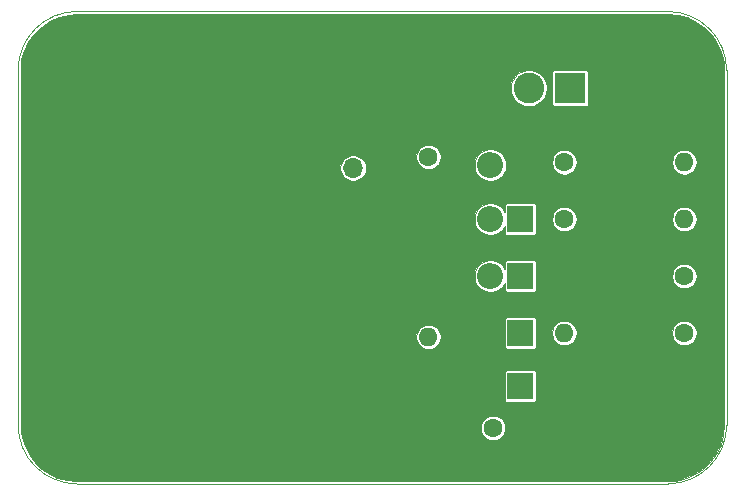
<source format=gbr>
%TF.GenerationSoftware,KiCad,Pcbnew,(5.1.8)-1*%
%TF.CreationDate,2021-02-09T11:56:48+01:00*%
%TF.ProjectId,500-1000-cvco,3530302d-3130-4303-902d-6376636f2e6b,rev?*%
%TF.SameCoordinates,Original*%
%TF.FileFunction,Copper,L2,Bot*%
%TF.FilePolarity,Positive*%
%FSLAX46Y46*%
G04 Gerber Fmt 4.6, Leading zero omitted, Abs format (unit mm)*
G04 Created by KiCad (PCBNEW (5.1.8)-1) date 2021-02-09 11:56:48*
%MOMM*%
%LPD*%
G01*
G04 APERTURE LIST*
%TA.AperFunction,Profile*%
%ADD10C,0.050000*%
%TD*%
%TA.AperFunction,SMDPad,CuDef*%
%ADD11R,5.080000X1.500000*%
%TD*%
%TA.AperFunction,ComponentPad*%
%ADD12C,0.800000*%
%TD*%
%TA.AperFunction,ComponentPad*%
%ADD13C,6.400000*%
%TD*%
%TA.AperFunction,ComponentPad*%
%ADD14R,2.200000X2.200000*%
%TD*%
%TA.AperFunction,ComponentPad*%
%ADD15O,2.200000X2.200000*%
%TD*%
%TA.AperFunction,ComponentPad*%
%ADD16O,1.600000X1.600000*%
%TD*%
%TA.AperFunction,ComponentPad*%
%ADD17C,1.600000*%
%TD*%
%TA.AperFunction,ComponentPad*%
%ADD18R,2.600000X2.600000*%
%TD*%
%TA.AperFunction,ComponentPad*%
%ADD19C,2.600000*%
%TD*%
%TA.AperFunction,ComponentPad*%
%ADD20R,1.700000X1.700000*%
%TD*%
%TA.AperFunction,ComponentPad*%
%ADD21O,1.700000X1.700000*%
%TD*%
%TA.AperFunction,Conductor*%
%ADD22C,0.075000*%
%TD*%
%TA.AperFunction,Conductor*%
%ADD23C,0.100000*%
%TD*%
G04 APERTURE END LIST*
D10*
X105000000Y-90000000D02*
G75*
G02*
X100000000Y-85000000I0J5000000D01*
G01*
X160000000Y-85000000D02*
G75*
G02*
X155000000Y-90000000I-5000000J0D01*
G01*
X155000000Y-50000000D02*
G75*
G02*
X160000000Y-55000000I0J-5000000D01*
G01*
X100000000Y-55000000D02*
G75*
G02*
X105000000Y-50000000I5000000J0D01*
G01*
X100000000Y-85000000D02*
X100000000Y-55000000D01*
X155000000Y-90000000D02*
X105000000Y-90000000D01*
X160000000Y-55000000D02*
X160000000Y-85000000D01*
X105000000Y-50000000D02*
X155000000Y-50000000D01*
D11*
%TO.P,J2,2*%
%TO.N,GND*%
X103000000Y-70750000D03*
X103000000Y-62250000D03*
%TD*%
D12*
%TO.P,H1,1*%
%TO.N,GND*%
X107697056Y-54302944D03*
X106000000Y-53600000D03*
X104302944Y-54302944D03*
X103600000Y-56000000D03*
X104302944Y-57697056D03*
X106000000Y-58400000D03*
X107697056Y-57697056D03*
X108400000Y-56000000D03*
D13*
X106000000Y-56000000D03*
%TD*%
%TO.P,H2,1*%
%TO.N,GND*%
X154010000Y-56000000D03*
D12*
X156410000Y-56000000D03*
X155707056Y-57697056D03*
X154010000Y-58400000D03*
X152312944Y-57697056D03*
X151610000Y-56000000D03*
X152312944Y-54302944D03*
X154010000Y-53600000D03*
X155707056Y-54302944D03*
%TD*%
%TO.P,H3,1*%
%TO.N,GND*%
X107697056Y-82302944D03*
X106000000Y-81600000D03*
X104302944Y-82302944D03*
X103600000Y-84000000D03*
X104302944Y-85697056D03*
X106000000Y-86400000D03*
X107697056Y-85697056D03*
X108400000Y-84000000D03*
D13*
X106000000Y-84000000D03*
%TD*%
%TO.P,H4,1*%
%TO.N,GND*%
X154010000Y-84000000D03*
D12*
X156410000Y-84000000D03*
X155707056Y-85697056D03*
X154010000Y-86400000D03*
X152312944Y-85697056D03*
X151610000Y-84000000D03*
X152312944Y-82302944D03*
X154010000Y-81600000D03*
X155707056Y-82302944D03*
%TD*%
D14*
%TO.P,D1,1*%
%TO.N,Net-(C1-Pad1)*%
X142540000Y-81733532D03*
D15*
%TO.P,D1,2*%
%TO.N,GND*%
X140000000Y-81733532D03*
%TD*%
%TO.P,D2,2*%
%TO.N,Net-(D2-Pad2)*%
X140000000Y-72410000D03*
D14*
%TO.P,D2,1*%
%TO.N,Net-(C10-Pad1)*%
X142540000Y-72410000D03*
%TD*%
%TO.P,D3,1*%
%TO.N,Net-(D3-Pad1)*%
X142540000Y-67590000D03*
D15*
%TO.P,D3,2*%
%TO.N,Net-(D2-Pad2)*%
X140000000Y-67590000D03*
%TD*%
%TO.P,D4,2*%
%TO.N,Net-(D3-Pad1)*%
X140000000Y-63016468D03*
D14*
%TO.P,D4,1*%
%TO.N,GND*%
X142540000Y-63016468D03*
%TD*%
%TO.P,D5,1*%
%TO.N,Net-(C10-Pad1)*%
X142540000Y-77230000D03*
D15*
%TO.P,D5,2*%
%TO.N,GND*%
X140000000Y-77230000D03*
%TD*%
D16*
%TO.P,R2,2*%
%TO.N,Net-(C2-Pad1)*%
X146250000Y-77230000D03*
D17*
%TO.P,R2,1*%
%TO.N,Net-(C1-Pad1)*%
X156410000Y-77230000D03*
%TD*%
%TO.P,R3,1*%
%TO.N,Net-(C2-Pad1)*%
X156410000Y-72410000D03*
D16*
%TO.P,R3,2*%
%TO.N,GND*%
X146250000Y-72410000D03*
%TD*%
%TO.P,R4,2*%
%TO.N,+24V*%
X156410000Y-62770000D03*
D17*
%TO.P,R4,1*%
%TO.N,Net-(D2-Pad2)*%
X146250000Y-62770000D03*
%TD*%
%TO.P,R5,1*%
%TO.N,Net-(C10-Pad1)*%
X146250000Y-67590000D03*
D16*
%TO.P,R5,2*%
%TO.N,TUNE*%
X156410000Y-67590000D03*
%TD*%
D18*
%TO.P,J1,1*%
%TO.N,+24V*%
X146750000Y-56500000D03*
D19*
%TO.P,J1,2*%
%TO.N,TUNE*%
X143250000Y-56500000D03*
%TO.P,J1,3*%
%TO.N,GND*%
X139750000Y-56500000D03*
%TD*%
D17*
%TO.P,C1,1*%
%TO.N,Net-(C1-Pad1)*%
X140218234Y-85250000D03*
%TO.P,C1,2*%
%TO.N,GND*%
X142718234Y-85250000D03*
%TD*%
D20*
%TO.P,JP1,1*%
%TO.N,GND*%
X128375000Y-60710000D03*
D21*
%TO.P,JP1,2*%
%TO.N,Net-(C10-Pad2)*%
X128375000Y-63250000D03*
%TD*%
D17*
%TO.P,R1,1*%
%TO.N,+24V*%
X134750000Y-62320000D03*
D16*
%TO.P,R1,2*%
%TO.N,Net-(C1-Pad1)*%
X134750000Y-77560000D03*
%TD*%
D22*
%TO.N,GND*%
X155847648Y-50288995D02*
X156668493Y-50513553D01*
X157436602Y-50879923D01*
X158127699Y-51376526D01*
X158719930Y-51987661D01*
X159194579Y-52694015D01*
X159536640Y-53473248D01*
X159735699Y-54302391D01*
X159787500Y-55007787D01*
X159787501Y-84990522D01*
X159711005Y-85847643D01*
X159486446Y-86668495D01*
X159120076Y-87436605D01*
X158623472Y-88127702D01*
X158012339Y-88719930D01*
X157305985Y-89194579D01*
X156526752Y-89536640D01*
X155697610Y-89735699D01*
X154992213Y-89787500D01*
X105009467Y-89787500D01*
X104152357Y-89711005D01*
X103331505Y-89486446D01*
X102563395Y-89120076D01*
X101872298Y-88623472D01*
X101280070Y-88012339D01*
X100805421Y-87305985D01*
X100463360Y-86526752D01*
X100264301Y-85697610D01*
X100223927Y-85147815D01*
X139180734Y-85147815D01*
X139180734Y-85352185D01*
X139220605Y-85552628D01*
X139298813Y-85741441D01*
X139412355Y-85911368D01*
X139556866Y-86055879D01*
X139726793Y-86169421D01*
X139915606Y-86247629D01*
X140116049Y-86287500D01*
X140320419Y-86287500D01*
X140520862Y-86247629D01*
X140709675Y-86169421D01*
X140879602Y-86055879D01*
X141024113Y-85911368D01*
X141137655Y-85741441D01*
X141215863Y-85552628D01*
X141255734Y-85352185D01*
X141255734Y-85147815D01*
X141215863Y-84947372D01*
X141137655Y-84758559D01*
X141024113Y-84588632D01*
X140879602Y-84444121D01*
X140709675Y-84330579D01*
X140520862Y-84252371D01*
X140320419Y-84212500D01*
X140116049Y-84212500D01*
X139915606Y-84252371D01*
X139726793Y-84330579D01*
X139556866Y-84444121D01*
X139412355Y-84588632D01*
X139298813Y-84758559D01*
X139220605Y-84947372D01*
X139180734Y-85147815D01*
X100223927Y-85147815D01*
X100212500Y-84992213D01*
X100212500Y-80633532D01*
X141201351Y-80633532D01*
X141201351Y-82833532D01*
X141205937Y-82880090D01*
X141219517Y-82924859D01*
X141241571Y-82966118D01*
X141271250Y-83002282D01*
X141307414Y-83031961D01*
X141348673Y-83054015D01*
X141393442Y-83067595D01*
X141440000Y-83072181D01*
X143640000Y-83072181D01*
X143686558Y-83067595D01*
X143731327Y-83054015D01*
X143772586Y-83031961D01*
X143808750Y-83002282D01*
X143838429Y-82966118D01*
X143860483Y-82924859D01*
X143874063Y-82880090D01*
X143878649Y-82833532D01*
X143878649Y-80633532D01*
X143874063Y-80586974D01*
X143860483Y-80542205D01*
X143838429Y-80500946D01*
X143808750Y-80464782D01*
X143772586Y-80435103D01*
X143731327Y-80413049D01*
X143686558Y-80399469D01*
X143640000Y-80394883D01*
X141440000Y-80394883D01*
X141393442Y-80399469D01*
X141348673Y-80413049D01*
X141307414Y-80435103D01*
X141271250Y-80464782D01*
X141241571Y-80500946D01*
X141219517Y-80542205D01*
X141205937Y-80586974D01*
X141201351Y-80633532D01*
X100212500Y-80633532D01*
X100212500Y-77457815D01*
X133712500Y-77457815D01*
X133712500Y-77662185D01*
X133752371Y-77862628D01*
X133830579Y-78051441D01*
X133944121Y-78221368D01*
X134088632Y-78365879D01*
X134258559Y-78479421D01*
X134447372Y-78557629D01*
X134647815Y-78597500D01*
X134852185Y-78597500D01*
X135052628Y-78557629D01*
X135241441Y-78479421D01*
X135411368Y-78365879D01*
X135555879Y-78221368D01*
X135669421Y-78051441D01*
X135747629Y-77862628D01*
X135787500Y-77662185D01*
X135787500Y-77457815D01*
X135747629Y-77257372D01*
X135669421Y-77068559D01*
X135555879Y-76898632D01*
X135411368Y-76754121D01*
X135241441Y-76640579D01*
X135052628Y-76562371D01*
X134852185Y-76522500D01*
X134647815Y-76522500D01*
X134447372Y-76562371D01*
X134258559Y-76640579D01*
X134088632Y-76754121D01*
X133944121Y-76898632D01*
X133830579Y-77068559D01*
X133752371Y-77257372D01*
X133712500Y-77457815D01*
X100212500Y-77457815D01*
X100212500Y-76130000D01*
X141201351Y-76130000D01*
X141201351Y-78330000D01*
X141205937Y-78376558D01*
X141219517Y-78421327D01*
X141241571Y-78462586D01*
X141271250Y-78498750D01*
X141307414Y-78528429D01*
X141348673Y-78550483D01*
X141393442Y-78564063D01*
X141440000Y-78568649D01*
X143640000Y-78568649D01*
X143686558Y-78564063D01*
X143731327Y-78550483D01*
X143772586Y-78528429D01*
X143808750Y-78498750D01*
X143838429Y-78462586D01*
X143860483Y-78421327D01*
X143874063Y-78376558D01*
X143878649Y-78330000D01*
X143878649Y-77127815D01*
X145212500Y-77127815D01*
X145212500Y-77332185D01*
X145252371Y-77532628D01*
X145330579Y-77721441D01*
X145444121Y-77891368D01*
X145588632Y-78035879D01*
X145758559Y-78149421D01*
X145947372Y-78227629D01*
X146147815Y-78267500D01*
X146352185Y-78267500D01*
X146552628Y-78227629D01*
X146741441Y-78149421D01*
X146911368Y-78035879D01*
X147055879Y-77891368D01*
X147169421Y-77721441D01*
X147247629Y-77532628D01*
X147287500Y-77332185D01*
X147287500Y-77127815D01*
X155372500Y-77127815D01*
X155372500Y-77332185D01*
X155412371Y-77532628D01*
X155490579Y-77721441D01*
X155604121Y-77891368D01*
X155748632Y-78035879D01*
X155918559Y-78149421D01*
X156107372Y-78227629D01*
X156307815Y-78267500D01*
X156512185Y-78267500D01*
X156712628Y-78227629D01*
X156901441Y-78149421D01*
X157071368Y-78035879D01*
X157215879Y-77891368D01*
X157329421Y-77721441D01*
X157407629Y-77532628D01*
X157447500Y-77332185D01*
X157447500Y-77127815D01*
X157407629Y-76927372D01*
X157329421Y-76738559D01*
X157215879Y-76568632D01*
X157071368Y-76424121D01*
X156901441Y-76310579D01*
X156712628Y-76232371D01*
X156512185Y-76192500D01*
X156307815Y-76192500D01*
X156107372Y-76232371D01*
X155918559Y-76310579D01*
X155748632Y-76424121D01*
X155604121Y-76568632D01*
X155490579Y-76738559D01*
X155412371Y-76927372D01*
X155372500Y-77127815D01*
X147287500Y-77127815D01*
X147247629Y-76927372D01*
X147169421Y-76738559D01*
X147055879Y-76568632D01*
X146911368Y-76424121D01*
X146741441Y-76310579D01*
X146552628Y-76232371D01*
X146352185Y-76192500D01*
X146147815Y-76192500D01*
X145947372Y-76232371D01*
X145758559Y-76310579D01*
X145588632Y-76424121D01*
X145444121Y-76568632D01*
X145330579Y-76738559D01*
X145252371Y-76927372D01*
X145212500Y-77127815D01*
X143878649Y-77127815D01*
X143878649Y-76130000D01*
X143874063Y-76083442D01*
X143860483Y-76038673D01*
X143838429Y-75997414D01*
X143808750Y-75961250D01*
X143772586Y-75931571D01*
X143731327Y-75909517D01*
X143686558Y-75895937D01*
X143640000Y-75891351D01*
X141440000Y-75891351D01*
X141393442Y-75895937D01*
X141348673Y-75909517D01*
X141307414Y-75931571D01*
X141271250Y-75961250D01*
X141241571Y-75997414D01*
X141219517Y-76038673D01*
X141205937Y-76083442D01*
X141201351Y-76130000D01*
X100212500Y-76130000D01*
X100212500Y-72278268D01*
X138662500Y-72278268D01*
X138662500Y-72541732D01*
X138713899Y-72800134D01*
X138814723Y-73043544D01*
X138961096Y-73262607D01*
X139147393Y-73448904D01*
X139366456Y-73595277D01*
X139609866Y-73696101D01*
X139868268Y-73747500D01*
X140131732Y-73747500D01*
X140390134Y-73696101D01*
X140633544Y-73595277D01*
X140852607Y-73448904D01*
X141038904Y-73262607D01*
X141185277Y-73043544D01*
X141201351Y-73004738D01*
X141201351Y-73510000D01*
X141205937Y-73556558D01*
X141219517Y-73601327D01*
X141241571Y-73642586D01*
X141271250Y-73678750D01*
X141307414Y-73708429D01*
X141348673Y-73730483D01*
X141393442Y-73744063D01*
X141440000Y-73748649D01*
X143640000Y-73748649D01*
X143686558Y-73744063D01*
X143731327Y-73730483D01*
X143772586Y-73708429D01*
X143808750Y-73678750D01*
X143838429Y-73642586D01*
X143860483Y-73601327D01*
X143874063Y-73556558D01*
X143878649Y-73510000D01*
X143878649Y-72307815D01*
X155372500Y-72307815D01*
X155372500Y-72512185D01*
X155412371Y-72712628D01*
X155490579Y-72901441D01*
X155604121Y-73071368D01*
X155748632Y-73215879D01*
X155918559Y-73329421D01*
X156107372Y-73407629D01*
X156307815Y-73447500D01*
X156512185Y-73447500D01*
X156712628Y-73407629D01*
X156901441Y-73329421D01*
X157071368Y-73215879D01*
X157215879Y-73071368D01*
X157329421Y-72901441D01*
X157407629Y-72712628D01*
X157447500Y-72512185D01*
X157447500Y-72307815D01*
X157407629Y-72107372D01*
X157329421Y-71918559D01*
X157215879Y-71748632D01*
X157071368Y-71604121D01*
X156901441Y-71490579D01*
X156712628Y-71412371D01*
X156512185Y-71372500D01*
X156307815Y-71372500D01*
X156107372Y-71412371D01*
X155918559Y-71490579D01*
X155748632Y-71604121D01*
X155604121Y-71748632D01*
X155490579Y-71918559D01*
X155412371Y-72107372D01*
X155372500Y-72307815D01*
X143878649Y-72307815D01*
X143878649Y-71310000D01*
X143874063Y-71263442D01*
X143860483Y-71218673D01*
X143838429Y-71177414D01*
X143808750Y-71141250D01*
X143772586Y-71111571D01*
X143731327Y-71089517D01*
X143686558Y-71075937D01*
X143640000Y-71071351D01*
X141440000Y-71071351D01*
X141393442Y-71075937D01*
X141348673Y-71089517D01*
X141307414Y-71111571D01*
X141271250Y-71141250D01*
X141241571Y-71177414D01*
X141219517Y-71218673D01*
X141205937Y-71263442D01*
X141201351Y-71310000D01*
X141201351Y-71815262D01*
X141185277Y-71776456D01*
X141038904Y-71557393D01*
X140852607Y-71371096D01*
X140633544Y-71224723D01*
X140390134Y-71123899D01*
X140131732Y-71072500D01*
X139868268Y-71072500D01*
X139609866Y-71123899D01*
X139366456Y-71224723D01*
X139147393Y-71371096D01*
X138961096Y-71557393D01*
X138814723Y-71776456D01*
X138713899Y-72019866D01*
X138662500Y-72278268D01*
X100212500Y-72278268D01*
X100212500Y-67458268D01*
X138662500Y-67458268D01*
X138662500Y-67721732D01*
X138713899Y-67980134D01*
X138814723Y-68223544D01*
X138961096Y-68442607D01*
X139147393Y-68628904D01*
X139366456Y-68775277D01*
X139609866Y-68876101D01*
X139868268Y-68927500D01*
X140131732Y-68927500D01*
X140390134Y-68876101D01*
X140633544Y-68775277D01*
X140852607Y-68628904D01*
X141038904Y-68442607D01*
X141185277Y-68223544D01*
X141201351Y-68184738D01*
X141201351Y-68690000D01*
X141205937Y-68736558D01*
X141219517Y-68781327D01*
X141241571Y-68822586D01*
X141271250Y-68858750D01*
X141307414Y-68888429D01*
X141348673Y-68910483D01*
X141393442Y-68924063D01*
X141440000Y-68928649D01*
X143640000Y-68928649D01*
X143686558Y-68924063D01*
X143731327Y-68910483D01*
X143772586Y-68888429D01*
X143808750Y-68858750D01*
X143838429Y-68822586D01*
X143860483Y-68781327D01*
X143874063Y-68736558D01*
X143878649Y-68690000D01*
X143878649Y-67487815D01*
X145212500Y-67487815D01*
X145212500Y-67692185D01*
X145252371Y-67892628D01*
X145330579Y-68081441D01*
X145444121Y-68251368D01*
X145588632Y-68395879D01*
X145758559Y-68509421D01*
X145947372Y-68587629D01*
X146147815Y-68627500D01*
X146352185Y-68627500D01*
X146552628Y-68587629D01*
X146741441Y-68509421D01*
X146911368Y-68395879D01*
X147055879Y-68251368D01*
X147169421Y-68081441D01*
X147247629Y-67892628D01*
X147287500Y-67692185D01*
X147287500Y-67487815D01*
X155372500Y-67487815D01*
X155372500Y-67692185D01*
X155412371Y-67892628D01*
X155490579Y-68081441D01*
X155604121Y-68251368D01*
X155748632Y-68395879D01*
X155918559Y-68509421D01*
X156107372Y-68587629D01*
X156307815Y-68627500D01*
X156512185Y-68627500D01*
X156712628Y-68587629D01*
X156901441Y-68509421D01*
X157071368Y-68395879D01*
X157215879Y-68251368D01*
X157329421Y-68081441D01*
X157407629Y-67892628D01*
X157447500Y-67692185D01*
X157447500Y-67487815D01*
X157407629Y-67287372D01*
X157329421Y-67098559D01*
X157215879Y-66928632D01*
X157071368Y-66784121D01*
X156901441Y-66670579D01*
X156712628Y-66592371D01*
X156512185Y-66552500D01*
X156307815Y-66552500D01*
X156107372Y-66592371D01*
X155918559Y-66670579D01*
X155748632Y-66784121D01*
X155604121Y-66928632D01*
X155490579Y-67098559D01*
X155412371Y-67287372D01*
X155372500Y-67487815D01*
X147287500Y-67487815D01*
X147247629Y-67287372D01*
X147169421Y-67098559D01*
X147055879Y-66928632D01*
X146911368Y-66784121D01*
X146741441Y-66670579D01*
X146552628Y-66592371D01*
X146352185Y-66552500D01*
X146147815Y-66552500D01*
X145947372Y-66592371D01*
X145758559Y-66670579D01*
X145588632Y-66784121D01*
X145444121Y-66928632D01*
X145330579Y-67098559D01*
X145252371Y-67287372D01*
X145212500Y-67487815D01*
X143878649Y-67487815D01*
X143878649Y-66490000D01*
X143874063Y-66443442D01*
X143860483Y-66398673D01*
X143838429Y-66357414D01*
X143808750Y-66321250D01*
X143772586Y-66291571D01*
X143731327Y-66269517D01*
X143686558Y-66255937D01*
X143640000Y-66251351D01*
X141440000Y-66251351D01*
X141393442Y-66255937D01*
X141348673Y-66269517D01*
X141307414Y-66291571D01*
X141271250Y-66321250D01*
X141241571Y-66357414D01*
X141219517Y-66398673D01*
X141205937Y-66443442D01*
X141201351Y-66490000D01*
X141201351Y-66995262D01*
X141185277Y-66956456D01*
X141038904Y-66737393D01*
X140852607Y-66551096D01*
X140633544Y-66404723D01*
X140390134Y-66303899D01*
X140131732Y-66252500D01*
X139868268Y-66252500D01*
X139609866Y-66303899D01*
X139366456Y-66404723D01*
X139147393Y-66551096D01*
X138961096Y-66737393D01*
X138814723Y-66956456D01*
X138713899Y-67199866D01*
X138662500Y-67458268D01*
X100212500Y-67458268D01*
X100212500Y-63142891D01*
X127287500Y-63142891D01*
X127287500Y-63357109D01*
X127329292Y-63567212D01*
X127411270Y-63765124D01*
X127530284Y-63943241D01*
X127681759Y-64094716D01*
X127859876Y-64213730D01*
X128057788Y-64295708D01*
X128267891Y-64337500D01*
X128482109Y-64337500D01*
X128692212Y-64295708D01*
X128890124Y-64213730D01*
X129068241Y-64094716D01*
X129219716Y-63943241D01*
X129338730Y-63765124D01*
X129420708Y-63567212D01*
X129462500Y-63357109D01*
X129462500Y-63142891D01*
X129420708Y-62932788D01*
X129338730Y-62734876D01*
X129219716Y-62556759D01*
X129068241Y-62405284D01*
X128890124Y-62286270D01*
X128724860Y-62217815D01*
X133712500Y-62217815D01*
X133712500Y-62422185D01*
X133752371Y-62622628D01*
X133830579Y-62811441D01*
X133944121Y-62981368D01*
X134088632Y-63125879D01*
X134258559Y-63239421D01*
X134447372Y-63317629D01*
X134647815Y-63357500D01*
X134852185Y-63357500D01*
X135052628Y-63317629D01*
X135241441Y-63239421D01*
X135411368Y-63125879D01*
X135555879Y-62981368D01*
X135620446Y-62884736D01*
X138662500Y-62884736D01*
X138662500Y-63148200D01*
X138713899Y-63406602D01*
X138814723Y-63650012D01*
X138961096Y-63869075D01*
X139147393Y-64055372D01*
X139366456Y-64201745D01*
X139609866Y-64302569D01*
X139868268Y-64353968D01*
X140131732Y-64353968D01*
X140390134Y-64302569D01*
X140633544Y-64201745D01*
X140852607Y-64055372D01*
X141038904Y-63869075D01*
X141185277Y-63650012D01*
X141286101Y-63406602D01*
X141337500Y-63148200D01*
X141337500Y-62884736D01*
X141294353Y-62667815D01*
X145212500Y-62667815D01*
X145212500Y-62872185D01*
X145252371Y-63072628D01*
X145330579Y-63261441D01*
X145444121Y-63431368D01*
X145588632Y-63575879D01*
X145758559Y-63689421D01*
X145947372Y-63767629D01*
X146147815Y-63807500D01*
X146352185Y-63807500D01*
X146552628Y-63767629D01*
X146741441Y-63689421D01*
X146911368Y-63575879D01*
X147055879Y-63431368D01*
X147169421Y-63261441D01*
X147247629Y-63072628D01*
X147287500Y-62872185D01*
X147287500Y-62667815D01*
X155372500Y-62667815D01*
X155372500Y-62872185D01*
X155412371Y-63072628D01*
X155490579Y-63261441D01*
X155604121Y-63431368D01*
X155748632Y-63575879D01*
X155918559Y-63689421D01*
X156107372Y-63767629D01*
X156307815Y-63807500D01*
X156512185Y-63807500D01*
X156712628Y-63767629D01*
X156901441Y-63689421D01*
X157071368Y-63575879D01*
X157215879Y-63431368D01*
X157329421Y-63261441D01*
X157407629Y-63072628D01*
X157447500Y-62872185D01*
X157447500Y-62667815D01*
X157407629Y-62467372D01*
X157329421Y-62278559D01*
X157215879Y-62108632D01*
X157071368Y-61964121D01*
X156901441Y-61850579D01*
X156712628Y-61772371D01*
X156512185Y-61732500D01*
X156307815Y-61732500D01*
X156107372Y-61772371D01*
X155918559Y-61850579D01*
X155748632Y-61964121D01*
X155604121Y-62108632D01*
X155490579Y-62278559D01*
X155412371Y-62467372D01*
X155372500Y-62667815D01*
X147287500Y-62667815D01*
X147247629Y-62467372D01*
X147169421Y-62278559D01*
X147055879Y-62108632D01*
X146911368Y-61964121D01*
X146741441Y-61850579D01*
X146552628Y-61772371D01*
X146352185Y-61732500D01*
X146147815Y-61732500D01*
X145947372Y-61772371D01*
X145758559Y-61850579D01*
X145588632Y-61964121D01*
X145444121Y-62108632D01*
X145330579Y-62278559D01*
X145252371Y-62467372D01*
X145212500Y-62667815D01*
X141294353Y-62667815D01*
X141286101Y-62626334D01*
X141185277Y-62382924D01*
X141038904Y-62163861D01*
X140852607Y-61977564D01*
X140633544Y-61831191D01*
X140390134Y-61730367D01*
X140131732Y-61678968D01*
X139868268Y-61678968D01*
X139609866Y-61730367D01*
X139366456Y-61831191D01*
X139147393Y-61977564D01*
X138961096Y-62163861D01*
X138814723Y-62382924D01*
X138713899Y-62626334D01*
X138662500Y-62884736D01*
X135620446Y-62884736D01*
X135669421Y-62811441D01*
X135747629Y-62622628D01*
X135787500Y-62422185D01*
X135787500Y-62217815D01*
X135747629Y-62017372D01*
X135669421Y-61828559D01*
X135555879Y-61658632D01*
X135411368Y-61514121D01*
X135241441Y-61400579D01*
X135052628Y-61322371D01*
X134852185Y-61282500D01*
X134647815Y-61282500D01*
X134447372Y-61322371D01*
X134258559Y-61400579D01*
X134088632Y-61514121D01*
X133944121Y-61658632D01*
X133830579Y-61828559D01*
X133752371Y-62017372D01*
X133712500Y-62217815D01*
X128724860Y-62217815D01*
X128692212Y-62204292D01*
X128482109Y-62162500D01*
X128267891Y-62162500D01*
X128057788Y-62204292D01*
X127859876Y-62286270D01*
X127681759Y-62405284D01*
X127530284Y-62556759D01*
X127411270Y-62734876D01*
X127329292Y-62932788D01*
X127287500Y-63142891D01*
X100212500Y-63142891D01*
X100212500Y-56348569D01*
X141712500Y-56348569D01*
X141712500Y-56651431D01*
X141771586Y-56948472D01*
X141887485Y-57228279D01*
X142055746Y-57480099D01*
X142269901Y-57694254D01*
X142521721Y-57862515D01*
X142801528Y-57978414D01*
X143098569Y-58037500D01*
X143401431Y-58037500D01*
X143698472Y-57978414D01*
X143978279Y-57862515D01*
X144230099Y-57694254D01*
X144444254Y-57480099D01*
X144612515Y-57228279D01*
X144728414Y-56948472D01*
X144787500Y-56651431D01*
X144787500Y-56348569D01*
X144728414Y-56051528D01*
X144612515Y-55771721D01*
X144444254Y-55519901D01*
X144230099Y-55305746D01*
X144071840Y-55200000D01*
X145211351Y-55200000D01*
X145211351Y-57800000D01*
X145215937Y-57846558D01*
X145229517Y-57891327D01*
X145251571Y-57932586D01*
X145281250Y-57968750D01*
X145317414Y-57998429D01*
X145358673Y-58020483D01*
X145403442Y-58034063D01*
X145450000Y-58038649D01*
X148050000Y-58038649D01*
X148096558Y-58034063D01*
X148141327Y-58020483D01*
X148182586Y-57998429D01*
X148218750Y-57968750D01*
X148248429Y-57932586D01*
X148270483Y-57891327D01*
X148284063Y-57846558D01*
X148288649Y-57800000D01*
X148288649Y-55200000D01*
X148284063Y-55153442D01*
X148270483Y-55108673D01*
X148248429Y-55067414D01*
X148218750Y-55031250D01*
X148182586Y-55001571D01*
X148141327Y-54979517D01*
X148096558Y-54965937D01*
X148050000Y-54961351D01*
X145450000Y-54961351D01*
X145403442Y-54965937D01*
X145358673Y-54979517D01*
X145317414Y-55001571D01*
X145281250Y-55031250D01*
X145251571Y-55067414D01*
X145229517Y-55108673D01*
X145215937Y-55153442D01*
X145211351Y-55200000D01*
X144071840Y-55200000D01*
X143978279Y-55137485D01*
X143698472Y-55021586D01*
X143401431Y-54962500D01*
X143098569Y-54962500D01*
X142801528Y-55021586D01*
X142521721Y-55137485D01*
X142269901Y-55305746D01*
X142055746Y-55519901D01*
X141887485Y-55771721D01*
X141771586Y-56051528D01*
X141712500Y-56348569D01*
X100212500Y-56348569D01*
X100212500Y-55009467D01*
X100288995Y-54152352D01*
X100513553Y-53331507D01*
X100879923Y-52563398D01*
X101376526Y-51872301D01*
X101987661Y-51280070D01*
X102694015Y-50805421D01*
X103473248Y-50463360D01*
X104302391Y-50264301D01*
X105007787Y-50212500D01*
X154990533Y-50212500D01*
X155847648Y-50288995D01*
%TA.AperFunction,Conductor*%
D23*
G36*
X155847648Y-50288995D02*
G01*
X156668493Y-50513553D01*
X157436602Y-50879923D01*
X158127699Y-51376526D01*
X158719930Y-51987661D01*
X159194579Y-52694015D01*
X159536640Y-53473248D01*
X159735699Y-54302391D01*
X159787500Y-55007787D01*
X159787501Y-84990522D01*
X159711005Y-85847643D01*
X159486446Y-86668495D01*
X159120076Y-87436605D01*
X158623472Y-88127702D01*
X158012339Y-88719930D01*
X157305985Y-89194579D01*
X156526752Y-89536640D01*
X155697610Y-89735699D01*
X154992213Y-89787500D01*
X105009467Y-89787500D01*
X104152357Y-89711005D01*
X103331505Y-89486446D01*
X102563395Y-89120076D01*
X101872298Y-88623472D01*
X101280070Y-88012339D01*
X100805421Y-87305985D01*
X100463360Y-86526752D01*
X100264301Y-85697610D01*
X100223927Y-85147815D01*
X139180734Y-85147815D01*
X139180734Y-85352185D01*
X139220605Y-85552628D01*
X139298813Y-85741441D01*
X139412355Y-85911368D01*
X139556866Y-86055879D01*
X139726793Y-86169421D01*
X139915606Y-86247629D01*
X140116049Y-86287500D01*
X140320419Y-86287500D01*
X140520862Y-86247629D01*
X140709675Y-86169421D01*
X140879602Y-86055879D01*
X141024113Y-85911368D01*
X141137655Y-85741441D01*
X141215863Y-85552628D01*
X141255734Y-85352185D01*
X141255734Y-85147815D01*
X141215863Y-84947372D01*
X141137655Y-84758559D01*
X141024113Y-84588632D01*
X140879602Y-84444121D01*
X140709675Y-84330579D01*
X140520862Y-84252371D01*
X140320419Y-84212500D01*
X140116049Y-84212500D01*
X139915606Y-84252371D01*
X139726793Y-84330579D01*
X139556866Y-84444121D01*
X139412355Y-84588632D01*
X139298813Y-84758559D01*
X139220605Y-84947372D01*
X139180734Y-85147815D01*
X100223927Y-85147815D01*
X100212500Y-84992213D01*
X100212500Y-80633532D01*
X141201351Y-80633532D01*
X141201351Y-82833532D01*
X141205937Y-82880090D01*
X141219517Y-82924859D01*
X141241571Y-82966118D01*
X141271250Y-83002282D01*
X141307414Y-83031961D01*
X141348673Y-83054015D01*
X141393442Y-83067595D01*
X141440000Y-83072181D01*
X143640000Y-83072181D01*
X143686558Y-83067595D01*
X143731327Y-83054015D01*
X143772586Y-83031961D01*
X143808750Y-83002282D01*
X143838429Y-82966118D01*
X143860483Y-82924859D01*
X143874063Y-82880090D01*
X143878649Y-82833532D01*
X143878649Y-80633532D01*
X143874063Y-80586974D01*
X143860483Y-80542205D01*
X143838429Y-80500946D01*
X143808750Y-80464782D01*
X143772586Y-80435103D01*
X143731327Y-80413049D01*
X143686558Y-80399469D01*
X143640000Y-80394883D01*
X141440000Y-80394883D01*
X141393442Y-80399469D01*
X141348673Y-80413049D01*
X141307414Y-80435103D01*
X141271250Y-80464782D01*
X141241571Y-80500946D01*
X141219517Y-80542205D01*
X141205937Y-80586974D01*
X141201351Y-80633532D01*
X100212500Y-80633532D01*
X100212500Y-77457815D01*
X133712500Y-77457815D01*
X133712500Y-77662185D01*
X133752371Y-77862628D01*
X133830579Y-78051441D01*
X133944121Y-78221368D01*
X134088632Y-78365879D01*
X134258559Y-78479421D01*
X134447372Y-78557629D01*
X134647815Y-78597500D01*
X134852185Y-78597500D01*
X135052628Y-78557629D01*
X135241441Y-78479421D01*
X135411368Y-78365879D01*
X135555879Y-78221368D01*
X135669421Y-78051441D01*
X135747629Y-77862628D01*
X135787500Y-77662185D01*
X135787500Y-77457815D01*
X135747629Y-77257372D01*
X135669421Y-77068559D01*
X135555879Y-76898632D01*
X135411368Y-76754121D01*
X135241441Y-76640579D01*
X135052628Y-76562371D01*
X134852185Y-76522500D01*
X134647815Y-76522500D01*
X134447372Y-76562371D01*
X134258559Y-76640579D01*
X134088632Y-76754121D01*
X133944121Y-76898632D01*
X133830579Y-77068559D01*
X133752371Y-77257372D01*
X133712500Y-77457815D01*
X100212500Y-77457815D01*
X100212500Y-76130000D01*
X141201351Y-76130000D01*
X141201351Y-78330000D01*
X141205937Y-78376558D01*
X141219517Y-78421327D01*
X141241571Y-78462586D01*
X141271250Y-78498750D01*
X141307414Y-78528429D01*
X141348673Y-78550483D01*
X141393442Y-78564063D01*
X141440000Y-78568649D01*
X143640000Y-78568649D01*
X143686558Y-78564063D01*
X143731327Y-78550483D01*
X143772586Y-78528429D01*
X143808750Y-78498750D01*
X143838429Y-78462586D01*
X143860483Y-78421327D01*
X143874063Y-78376558D01*
X143878649Y-78330000D01*
X143878649Y-77127815D01*
X145212500Y-77127815D01*
X145212500Y-77332185D01*
X145252371Y-77532628D01*
X145330579Y-77721441D01*
X145444121Y-77891368D01*
X145588632Y-78035879D01*
X145758559Y-78149421D01*
X145947372Y-78227629D01*
X146147815Y-78267500D01*
X146352185Y-78267500D01*
X146552628Y-78227629D01*
X146741441Y-78149421D01*
X146911368Y-78035879D01*
X147055879Y-77891368D01*
X147169421Y-77721441D01*
X147247629Y-77532628D01*
X147287500Y-77332185D01*
X147287500Y-77127815D01*
X155372500Y-77127815D01*
X155372500Y-77332185D01*
X155412371Y-77532628D01*
X155490579Y-77721441D01*
X155604121Y-77891368D01*
X155748632Y-78035879D01*
X155918559Y-78149421D01*
X156107372Y-78227629D01*
X156307815Y-78267500D01*
X156512185Y-78267500D01*
X156712628Y-78227629D01*
X156901441Y-78149421D01*
X157071368Y-78035879D01*
X157215879Y-77891368D01*
X157329421Y-77721441D01*
X157407629Y-77532628D01*
X157447500Y-77332185D01*
X157447500Y-77127815D01*
X157407629Y-76927372D01*
X157329421Y-76738559D01*
X157215879Y-76568632D01*
X157071368Y-76424121D01*
X156901441Y-76310579D01*
X156712628Y-76232371D01*
X156512185Y-76192500D01*
X156307815Y-76192500D01*
X156107372Y-76232371D01*
X155918559Y-76310579D01*
X155748632Y-76424121D01*
X155604121Y-76568632D01*
X155490579Y-76738559D01*
X155412371Y-76927372D01*
X155372500Y-77127815D01*
X147287500Y-77127815D01*
X147247629Y-76927372D01*
X147169421Y-76738559D01*
X147055879Y-76568632D01*
X146911368Y-76424121D01*
X146741441Y-76310579D01*
X146552628Y-76232371D01*
X146352185Y-76192500D01*
X146147815Y-76192500D01*
X145947372Y-76232371D01*
X145758559Y-76310579D01*
X145588632Y-76424121D01*
X145444121Y-76568632D01*
X145330579Y-76738559D01*
X145252371Y-76927372D01*
X145212500Y-77127815D01*
X143878649Y-77127815D01*
X143878649Y-76130000D01*
X143874063Y-76083442D01*
X143860483Y-76038673D01*
X143838429Y-75997414D01*
X143808750Y-75961250D01*
X143772586Y-75931571D01*
X143731327Y-75909517D01*
X143686558Y-75895937D01*
X143640000Y-75891351D01*
X141440000Y-75891351D01*
X141393442Y-75895937D01*
X141348673Y-75909517D01*
X141307414Y-75931571D01*
X141271250Y-75961250D01*
X141241571Y-75997414D01*
X141219517Y-76038673D01*
X141205937Y-76083442D01*
X141201351Y-76130000D01*
X100212500Y-76130000D01*
X100212500Y-72278268D01*
X138662500Y-72278268D01*
X138662500Y-72541732D01*
X138713899Y-72800134D01*
X138814723Y-73043544D01*
X138961096Y-73262607D01*
X139147393Y-73448904D01*
X139366456Y-73595277D01*
X139609866Y-73696101D01*
X139868268Y-73747500D01*
X140131732Y-73747500D01*
X140390134Y-73696101D01*
X140633544Y-73595277D01*
X140852607Y-73448904D01*
X141038904Y-73262607D01*
X141185277Y-73043544D01*
X141201351Y-73004738D01*
X141201351Y-73510000D01*
X141205937Y-73556558D01*
X141219517Y-73601327D01*
X141241571Y-73642586D01*
X141271250Y-73678750D01*
X141307414Y-73708429D01*
X141348673Y-73730483D01*
X141393442Y-73744063D01*
X141440000Y-73748649D01*
X143640000Y-73748649D01*
X143686558Y-73744063D01*
X143731327Y-73730483D01*
X143772586Y-73708429D01*
X143808750Y-73678750D01*
X143838429Y-73642586D01*
X143860483Y-73601327D01*
X143874063Y-73556558D01*
X143878649Y-73510000D01*
X143878649Y-72307815D01*
X155372500Y-72307815D01*
X155372500Y-72512185D01*
X155412371Y-72712628D01*
X155490579Y-72901441D01*
X155604121Y-73071368D01*
X155748632Y-73215879D01*
X155918559Y-73329421D01*
X156107372Y-73407629D01*
X156307815Y-73447500D01*
X156512185Y-73447500D01*
X156712628Y-73407629D01*
X156901441Y-73329421D01*
X157071368Y-73215879D01*
X157215879Y-73071368D01*
X157329421Y-72901441D01*
X157407629Y-72712628D01*
X157447500Y-72512185D01*
X157447500Y-72307815D01*
X157407629Y-72107372D01*
X157329421Y-71918559D01*
X157215879Y-71748632D01*
X157071368Y-71604121D01*
X156901441Y-71490579D01*
X156712628Y-71412371D01*
X156512185Y-71372500D01*
X156307815Y-71372500D01*
X156107372Y-71412371D01*
X155918559Y-71490579D01*
X155748632Y-71604121D01*
X155604121Y-71748632D01*
X155490579Y-71918559D01*
X155412371Y-72107372D01*
X155372500Y-72307815D01*
X143878649Y-72307815D01*
X143878649Y-71310000D01*
X143874063Y-71263442D01*
X143860483Y-71218673D01*
X143838429Y-71177414D01*
X143808750Y-71141250D01*
X143772586Y-71111571D01*
X143731327Y-71089517D01*
X143686558Y-71075937D01*
X143640000Y-71071351D01*
X141440000Y-71071351D01*
X141393442Y-71075937D01*
X141348673Y-71089517D01*
X141307414Y-71111571D01*
X141271250Y-71141250D01*
X141241571Y-71177414D01*
X141219517Y-71218673D01*
X141205937Y-71263442D01*
X141201351Y-71310000D01*
X141201351Y-71815262D01*
X141185277Y-71776456D01*
X141038904Y-71557393D01*
X140852607Y-71371096D01*
X140633544Y-71224723D01*
X140390134Y-71123899D01*
X140131732Y-71072500D01*
X139868268Y-71072500D01*
X139609866Y-71123899D01*
X139366456Y-71224723D01*
X139147393Y-71371096D01*
X138961096Y-71557393D01*
X138814723Y-71776456D01*
X138713899Y-72019866D01*
X138662500Y-72278268D01*
X100212500Y-72278268D01*
X100212500Y-67458268D01*
X138662500Y-67458268D01*
X138662500Y-67721732D01*
X138713899Y-67980134D01*
X138814723Y-68223544D01*
X138961096Y-68442607D01*
X139147393Y-68628904D01*
X139366456Y-68775277D01*
X139609866Y-68876101D01*
X139868268Y-68927500D01*
X140131732Y-68927500D01*
X140390134Y-68876101D01*
X140633544Y-68775277D01*
X140852607Y-68628904D01*
X141038904Y-68442607D01*
X141185277Y-68223544D01*
X141201351Y-68184738D01*
X141201351Y-68690000D01*
X141205937Y-68736558D01*
X141219517Y-68781327D01*
X141241571Y-68822586D01*
X141271250Y-68858750D01*
X141307414Y-68888429D01*
X141348673Y-68910483D01*
X141393442Y-68924063D01*
X141440000Y-68928649D01*
X143640000Y-68928649D01*
X143686558Y-68924063D01*
X143731327Y-68910483D01*
X143772586Y-68888429D01*
X143808750Y-68858750D01*
X143838429Y-68822586D01*
X143860483Y-68781327D01*
X143874063Y-68736558D01*
X143878649Y-68690000D01*
X143878649Y-67487815D01*
X145212500Y-67487815D01*
X145212500Y-67692185D01*
X145252371Y-67892628D01*
X145330579Y-68081441D01*
X145444121Y-68251368D01*
X145588632Y-68395879D01*
X145758559Y-68509421D01*
X145947372Y-68587629D01*
X146147815Y-68627500D01*
X146352185Y-68627500D01*
X146552628Y-68587629D01*
X146741441Y-68509421D01*
X146911368Y-68395879D01*
X147055879Y-68251368D01*
X147169421Y-68081441D01*
X147247629Y-67892628D01*
X147287500Y-67692185D01*
X147287500Y-67487815D01*
X155372500Y-67487815D01*
X155372500Y-67692185D01*
X155412371Y-67892628D01*
X155490579Y-68081441D01*
X155604121Y-68251368D01*
X155748632Y-68395879D01*
X155918559Y-68509421D01*
X156107372Y-68587629D01*
X156307815Y-68627500D01*
X156512185Y-68627500D01*
X156712628Y-68587629D01*
X156901441Y-68509421D01*
X157071368Y-68395879D01*
X157215879Y-68251368D01*
X157329421Y-68081441D01*
X157407629Y-67892628D01*
X157447500Y-67692185D01*
X157447500Y-67487815D01*
X157407629Y-67287372D01*
X157329421Y-67098559D01*
X157215879Y-66928632D01*
X157071368Y-66784121D01*
X156901441Y-66670579D01*
X156712628Y-66592371D01*
X156512185Y-66552500D01*
X156307815Y-66552500D01*
X156107372Y-66592371D01*
X155918559Y-66670579D01*
X155748632Y-66784121D01*
X155604121Y-66928632D01*
X155490579Y-67098559D01*
X155412371Y-67287372D01*
X155372500Y-67487815D01*
X147287500Y-67487815D01*
X147247629Y-67287372D01*
X147169421Y-67098559D01*
X147055879Y-66928632D01*
X146911368Y-66784121D01*
X146741441Y-66670579D01*
X146552628Y-66592371D01*
X146352185Y-66552500D01*
X146147815Y-66552500D01*
X145947372Y-66592371D01*
X145758559Y-66670579D01*
X145588632Y-66784121D01*
X145444121Y-66928632D01*
X145330579Y-67098559D01*
X145252371Y-67287372D01*
X145212500Y-67487815D01*
X143878649Y-67487815D01*
X143878649Y-66490000D01*
X143874063Y-66443442D01*
X143860483Y-66398673D01*
X143838429Y-66357414D01*
X143808750Y-66321250D01*
X143772586Y-66291571D01*
X143731327Y-66269517D01*
X143686558Y-66255937D01*
X143640000Y-66251351D01*
X141440000Y-66251351D01*
X141393442Y-66255937D01*
X141348673Y-66269517D01*
X141307414Y-66291571D01*
X141271250Y-66321250D01*
X141241571Y-66357414D01*
X141219517Y-66398673D01*
X141205937Y-66443442D01*
X141201351Y-66490000D01*
X141201351Y-66995262D01*
X141185277Y-66956456D01*
X141038904Y-66737393D01*
X140852607Y-66551096D01*
X140633544Y-66404723D01*
X140390134Y-66303899D01*
X140131732Y-66252500D01*
X139868268Y-66252500D01*
X139609866Y-66303899D01*
X139366456Y-66404723D01*
X139147393Y-66551096D01*
X138961096Y-66737393D01*
X138814723Y-66956456D01*
X138713899Y-67199866D01*
X138662500Y-67458268D01*
X100212500Y-67458268D01*
X100212500Y-63142891D01*
X127287500Y-63142891D01*
X127287500Y-63357109D01*
X127329292Y-63567212D01*
X127411270Y-63765124D01*
X127530284Y-63943241D01*
X127681759Y-64094716D01*
X127859876Y-64213730D01*
X128057788Y-64295708D01*
X128267891Y-64337500D01*
X128482109Y-64337500D01*
X128692212Y-64295708D01*
X128890124Y-64213730D01*
X129068241Y-64094716D01*
X129219716Y-63943241D01*
X129338730Y-63765124D01*
X129420708Y-63567212D01*
X129462500Y-63357109D01*
X129462500Y-63142891D01*
X129420708Y-62932788D01*
X129338730Y-62734876D01*
X129219716Y-62556759D01*
X129068241Y-62405284D01*
X128890124Y-62286270D01*
X128724860Y-62217815D01*
X133712500Y-62217815D01*
X133712500Y-62422185D01*
X133752371Y-62622628D01*
X133830579Y-62811441D01*
X133944121Y-62981368D01*
X134088632Y-63125879D01*
X134258559Y-63239421D01*
X134447372Y-63317629D01*
X134647815Y-63357500D01*
X134852185Y-63357500D01*
X135052628Y-63317629D01*
X135241441Y-63239421D01*
X135411368Y-63125879D01*
X135555879Y-62981368D01*
X135620446Y-62884736D01*
X138662500Y-62884736D01*
X138662500Y-63148200D01*
X138713899Y-63406602D01*
X138814723Y-63650012D01*
X138961096Y-63869075D01*
X139147393Y-64055372D01*
X139366456Y-64201745D01*
X139609866Y-64302569D01*
X139868268Y-64353968D01*
X140131732Y-64353968D01*
X140390134Y-64302569D01*
X140633544Y-64201745D01*
X140852607Y-64055372D01*
X141038904Y-63869075D01*
X141185277Y-63650012D01*
X141286101Y-63406602D01*
X141337500Y-63148200D01*
X141337500Y-62884736D01*
X141294353Y-62667815D01*
X145212500Y-62667815D01*
X145212500Y-62872185D01*
X145252371Y-63072628D01*
X145330579Y-63261441D01*
X145444121Y-63431368D01*
X145588632Y-63575879D01*
X145758559Y-63689421D01*
X145947372Y-63767629D01*
X146147815Y-63807500D01*
X146352185Y-63807500D01*
X146552628Y-63767629D01*
X146741441Y-63689421D01*
X146911368Y-63575879D01*
X147055879Y-63431368D01*
X147169421Y-63261441D01*
X147247629Y-63072628D01*
X147287500Y-62872185D01*
X147287500Y-62667815D01*
X155372500Y-62667815D01*
X155372500Y-62872185D01*
X155412371Y-63072628D01*
X155490579Y-63261441D01*
X155604121Y-63431368D01*
X155748632Y-63575879D01*
X155918559Y-63689421D01*
X156107372Y-63767629D01*
X156307815Y-63807500D01*
X156512185Y-63807500D01*
X156712628Y-63767629D01*
X156901441Y-63689421D01*
X157071368Y-63575879D01*
X157215879Y-63431368D01*
X157329421Y-63261441D01*
X157407629Y-63072628D01*
X157447500Y-62872185D01*
X157447500Y-62667815D01*
X157407629Y-62467372D01*
X157329421Y-62278559D01*
X157215879Y-62108632D01*
X157071368Y-61964121D01*
X156901441Y-61850579D01*
X156712628Y-61772371D01*
X156512185Y-61732500D01*
X156307815Y-61732500D01*
X156107372Y-61772371D01*
X155918559Y-61850579D01*
X155748632Y-61964121D01*
X155604121Y-62108632D01*
X155490579Y-62278559D01*
X155412371Y-62467372D01*
X155372500Y-62667815D01*
X147287500Y-62667815D01*
X147247629Y-62467372D01*
X147169421Y-62278559D01*
X147055879Y-62108632D01*
X146911368Y-61964121D01*
X146741441Y-61850579D01*
X146552628Y-61772371D01*
X146352185Y-61732500D01*
X146147815Y-61732500D01*
X145947372Y-61772371D01*
X145758559Y-61850579D01*
X145588632Y-61964121D01*
X145444121Y-62108632D01*
X145330579Y-62278559D01*
X145252371Y-62467372D01*
X145212500Y-62667815D01*
X141294353Y-62667815D01*
X141286101Y-62626334D01*
X141185277Y-62382924D01*
X141038904Y-62163861D01*
X140852607Y-61977564D01*
X140633544Y-61831191D01*
X140390134Y-61730367D01*
X140131732Y-61678968D01*
X139868268Y-61678968D01*
X139609866Y-61730367D01*
X139366456Y-61831191D01*
X139147393Y-61977564D01*
X138961096Y-62163861D01*
X138814723Y-62382924D01*
X138713899Y-62626334D01*
X138662500Y-62884736D01*
X135620446Y-62884736D01*
X135669421Y-62811441D01*
X135747629Y-62622628D01*
X135787500Y-62422185D01*
X135787500Y-62217815D01*
X135747629Y-62017372D01*
X135669421Y-61828559D01*
X135555879Y-61658632D01*
X135411368Y-61514121D01*
X135241441Y-61400579D01*
X135052628Y-61322371D01*
X134852185Y-61282500D01*
X134647815Y-61282500D01*
X134447372Y-61322371D01*
X134258559Y-61400579D01*
X134088632Y-61514121D01*
X133944121Y-61658632D01*
X133830579Y-61828559D01*
X133752371Y-62017372D01*
X133712500Y-62217815D01*
X128724860Y-62217815D01*
X128692212Y-62204292D01*
X128482109Y-62162500D01*
X128267891Y-62162500D01*
X128057788Y-62204292D01*
X127859876Y-62286270D01*
X127681759Y-62405284D01*
X127530284Y-62556759D01*
X127411270Y-62734876D01*
X127329292Y-62932788D01*
X127287500Y-63142891D01*
X100212500Y-63142891D01*
X100212500Y-56348569D01*
X141712500Y-56348569D01*
X141712500Y-56651431D01*
X141771586Y-56948472D01*
X141887485Y-57228279D01*
X142055746Y-57480099D01*
X142269901Y-57694254D01*
X142521721Y-57862515D01*
X142801528Y-57978414D01*
X143098569Y-58037500D01*
X143401431Y-58037500D01*
X143698472Y-57978414D01*
X143978279Y-57862515D01*
X144230099Y-57694254D01*
X144444254Y-57480099D01*
X144612515Y-57228279D01*
X144728414Y-56948472D01*
X144787500Y-56651431D01*
X144787500Y-56348569D01*
X144728414Y-56051528D01*
X144612515Y-55771721D01*
X144444254Y-55519901D01*
X144230099Y-55305746D01*
X144071840Y-55200000D01*
X145211351Y-55200000D01*
X145211351Y-57800000D01*
X145215937Y-57846558D01*
X145229517Y-57891327D01*
X145251571Y-57932586D01*
X145281250Y-57968750D01*
X145317414Y-57998429D01*
X145358673Y-58020483D01*
X145403442Y-58034063D01*
X145450000Y-58038649D01*
X148050000Y-58038649D01*
X148096558Y-58034063D01*
X148141327Y-58020483D01*
X148182586Y-57998429D01*
X148218750Y-57968750D01*
X148248429Y-57932586D01*
X148270483Y-57891327D01*
X148284063Y-57846558D01*
X148288649Y-57800000D01*
X148288649Y-55200000D01*
X148284063Y-55153442D01*
X148270483Y-55108673D01*
X148248429Y-55067414D01*
X148218750Y-55031250D01*
X148182586Y-55001571D01*
X148141327Y-54979517D01*
X148096558Y-54965937D01*
X148050000Y-54961351D01*
X145450000Y-54961351D01*
X145403442Y-54965937D01*
X145358673Y-54979517D01*
X145317414Y-55001571D01*
X145281250Y-55031250D01*
X145251571Y-55067414D01*
X145229517Y-55108673D01*
X145215937Y-55153442D01*
X145211351Y-55200000D01*
X144071840Y-55200000D01*
X143978279Y-55137485D01*
X143698472Y-55021586D01*
X143401431Y-54962500D01*
X143098569Y-54962500D01*
X142801528Y-55021586D01*
X142521721Y-55137485D01*
X142269901Y-55305746D01*
X142055746Y-55519901D01*
X141887485Y-55771721D01*
X141771586Y-56051528D01*
X141712500Y-56348569D01*
X100212500Y-56348569D01*
X100212500Y-55009467D01*
X100288995Y-54152352D01*
X100513553Y-53331507D01*
X100879923Y-52563398D01*
X101376526Y-51872301D01*
X101987661Y-51280070D01*
X102694015Y-50805421D01*
X103473248Y-50463360D01*
X104302391Y-50264301D01*
X105007787Y-50212500D01*
X154990533Y-50212500D01*
X155847648Y-50288995D01*
G37*
%TD.AperFunction*%
%TD*%
M02*

</source>
